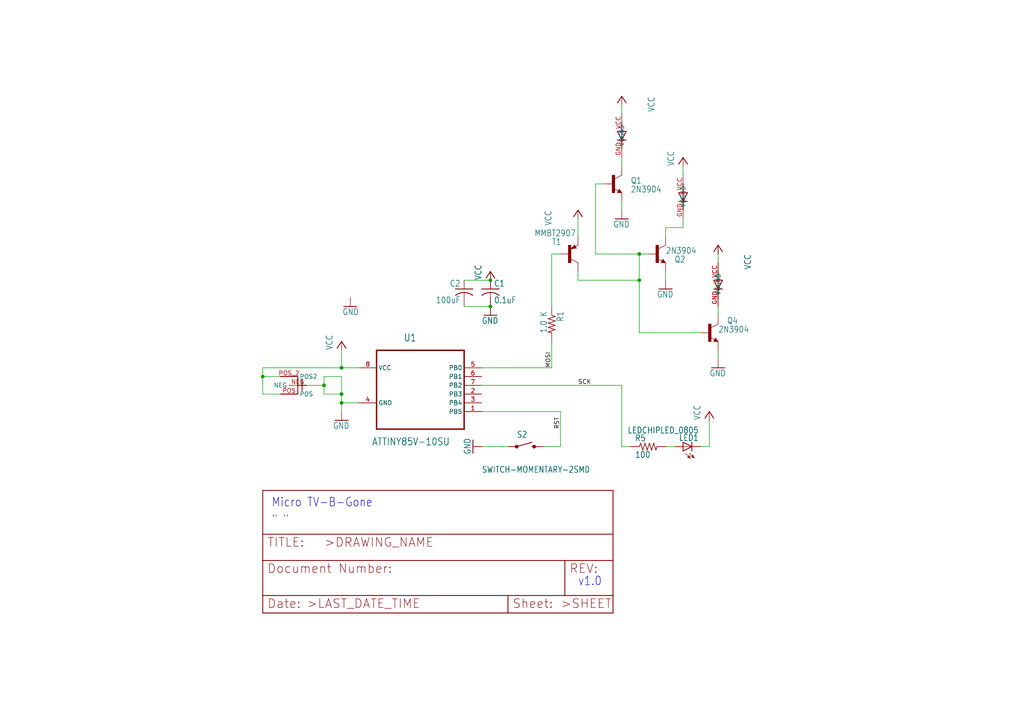
<source format=kicad_sch>
(kicad_sch (version 20211123) (generator eeschema)
  (paper "A4")
  (lib_symbols
    (symbol "MicroTVbGone_r2-eagle-import:-PNP-SOT23-BEC"
      (property "Reference" "T" (at -10.16 7.62 0))
      (property "Value" "-PNP-SOT23-BEC" (at -10.16 5.08 0))
      (symbol "-PNP-SOT23-BEC_1_0"
        (rectangle (start -0.254 -2.54) (end 0.508 2.54) (fill (type outline)))
        (polyline (pts (xy 0.5159 1.478) (xy 2.0861 1.6779)) (stroke (width 0.1524)))
        (polyline (pts (xy 0.762 1.651) (xy 1.778 1.778)) (stroke (width 0.254)))
        (polyline (pts (xy 1.143 1.905) (xy 1.524 1.905)) (stroke (width 0.254)))
        (polyline (pts (xy 1.524 2.159) (xy 1.143 1.905)) (stroke (width 0.254)))
        (polyline (pts (xy 1.524 2.413) (xy 0.762 1.651)) (stroke (width 0.254)))
        (polyline (pts (xy 1.5781 2.5941) (xy 0.5159 1.478)) (stroke (width 0.1524)))
        (polyline (pts (xy 1.778 1.778) (xy 1.524 2.159)) (stroke (width 0.254)))
        (polyline (pts (xy 1.905 1.778) (xy 1.524 2.413)) (stroke (width 0.254)))
        (polyline (pts (xy 2.0861 1.6779) (xy 1.5781 2.5941)) (stroke (width 0.1524)))
        (polyline (pts (xy 2.54 -2.54) (xy 0.508 -1.524)) (stroke (width 0.1524)))
        (polyline (pts (xy 2.54 2.54) (xy 1.808 2.1239)) (stroke (width 0.1524)))
        (pin passive line (at -2.54 0 0) (length 2.54) (name "B") (number "B"))
        (pin passive line (at 2.54 -5.08 90) (length 2.54) (name "C") (number "C"))
        (pin passive line (at 2.54 5.08 270) (length 2.54) (name "E") (number "E"))
      )
    )
    (symbol "MicroTVbGone_r2-eagle-import:712-BAT-HLD-001"
      (symbol "712-BAT-HLD-001_1_0"
        (polyline (pts (xy -1.27 1.524) (xy -1.27 -1.778)) (stroke (width 0.254)))
        (polyline (pts (xy 0 -2.54) (xy 5.08 -2.54)) (stroke (width 0.254)))
        (polyline (pts (xy 0 0) (xy -2.54 0)) (stroke (width 0.254)))
        (polyline (pts (xy 0 0) (xy 0 -2.54)) (stroke (width 0.254)))
        (polyline (pts (xy 0 2.54) (xy 0 0)) (stroke (width 0.254)))
        (polyline (pts (xy 0 2.54) (xy 5.08 2.54)) (stroke (width 0.254)))
        (pin bidirectional line (at -2.54 0 0) (length 5.08) (name "NEG") (number "NEG"))
        (pin bidirectional line (at 5.08 2.54 180) (length 5.08) (name "POS") (number "POS"))
        (pin bidirectional line (at 5.08 -2.54 180) (length 5.08) (name "POS2") (number "POS_2"))
      )
    )
    (symbol "MicroTVbGone_r2-eagle-import:ATTINY85V-10SU"
      (property "Reference" "U" (at -4.9022 10.1346 0))
      (property "Value" "ATTINY85V-10SU" (at -3.937 -20.0152 0))
      (symbol "ATTINY85V-10SU_1_0"
        (polyline (pts (xy -12.7 -15.24) (xy 12.7 -15.24)) (stroke (width 0.4064)))
        (polyline (pts (xy -12.7 7.62) (xy -12.7 -15.24)) (stroke (width 0.4064)))
        (polyline (pts (xy 12.7 -15.24) (xy 12.7 7.62)) (stroke (width 0.4064)))
        (polyline (pts (xy 12.7 7.62) (xy -12.7 7.62)) (stroke (width 0.4064)))
        (pin bidirectional line (at 17.78 -10.16 180) (length 5.08) (name "PB5") (number "1"))
        (pin bidirectional line (at 17.78 -5.08 180) (length 5.08) (name "PB3") (number "2"))
        (pin bidirectional line (at 17.78 -7.62 180) (length 5.08) (name "PB4") (number "3"))
        (pin passive line (at -17.78 -7.62 0) (length 5.08) (name "GND") (number "4"))
        (pin bidirectional line (at 17.78 2.54 180) (length 5.08) (name "PB0") (number "5"))
        (pin bidirectional line (at 17.78 0 180) (length 5.08) (name "PB1") (number "6"))
        (pin bidirectional line (at 17.78 -2.54 180) (length 5.08) (name "PB2") (number "7"))
        (pin power_in line (at -17.78 2.54 0) (length 5.08) (name "VCC") (number "8"))
      )
    )
    (symbol "MicroTVbGone_r2-eagle-import:BC850"
      (property "Reference" "T" (at -10.16 7.62 0))
      (property "Value" "BC850" (at -10.16 5.08 0))
      (symbol "BC850_1_0"
        (rectangle (start -0.254 -2.54) (end 0.508 2.54) (fill (type outline)))
        (polyline (pts (xy 1.27 -2.54) (xy 1.778 -1.524)) (stroke (width 0.1524)))
        (polyline (pts (xy 1.524 -2.413) (xy 2.286 -2.413)) (stroke (width 0.254)))
        (polyline (pts (xy 1.524 -2.286) (xy 1.905 -2.286)) (stroke (width 0.254)))
        (polyline (pts (xy 1.54 -2.04) (xy 0.308 -1.424)) (stroke (width 0.1524)))
        (polyline (pts (xy 1.778 -1.778) (xy 1.524 -2.286)) (stroke (width 0.254)))
        (polyline (pts (xy 1.778 -1.524) (xy 2.54 -2.54)) (stroke (width 0.1524)))
        (polyline (pts (xy 1.905 -2.286) (xy 1.778 -2.032)) (stroke (width 0.254)))
        (polyline (pts (xy 2.286 -2.413) (xy 1.778 -1.778)) (stroke (width 0.254)))
        (polyline (pts (xy 2.54 -2.54) (xy 1.27 -2.54)) (stroke (width 0.1524)))
        (polyline (pts (xy 2.54 2.54) (xy 0.508 1.524)) (stroke (width 0.1524)))
        (pin passive line (at -2.54 0 0) (length 2.54) (name "B") (number "1"))
        (pin passive line (at 2.54 -5.08 90) (length 2.54) (name "E") (number "2"))
        (pin passive line (at 2.54 5.08 270) (length 2.54) (name "C") (number "3"))
      )
    )
    (symbol "MicroTVbGone_r2-eagle-import:C-USC0805"
      (property "Reference" "C" (at 1.016 0.635 0))
      (property "Value" "C-USC0805" (at 1.016 -4.191 0))
      (symbol "C-USC0805_1_0"
        (arc (start 0 -1.0161) (mid -1.302 -1.2303) (end -2.4668 -1.8504) (stroke (width 0.254)))
        (polyline (pts (xy -2.54 0) (xy 2.54 0)) (stroke (width 0.254)))
        (polyline (pts (xy 0 -1.016) (xy 0 -2.54)) (stroke (width 0.1524)))
        (arc (start 2.4892 -1.8542) (mid 1.3158 -1.2195) (end 0 -1) (stroke (width 0.254)))
        (pin passive line (at 0 2.54 270) (length 2.54) (name "1") (number "1"))
        (pin passive line (at 0 -5.08 90) (length 2.54) (name "2") (number "2"))
      )
    )
    (symbol "MicroTVbGone_r2-eagle-import:DOCFIELD"
      (symbol "DOCFIELD_1_0"
        (polyline (pts (xy 0 0) (xy 0 5.08)) (stroke (width 0.254)))
        (polyline (pts (xy 0 0) (xy 71.12 0)) (stroke (width 0.254)))
        (polyline (pts (xy 0 5.08) (xy 0 15.24)) (stroke (width 0.254)))
        (polyline (pts (xy 0 5.08) (xy 71.12 5.08)) (stroke (width 0.254)))
        (polyline (pts (xy 0 15.24) (xy 0 22.86)) (stroke (width 0.254)))
        (polyline (pts (xy 0 22.86) (xy 0 35.56)) (stroke (width 0.254)))
        (polyline (pts (xy 0 22.86) (xy 101.6 22.86)) (stroke (width 0.254)))
        (polyline (pts (xy 71.12 0) (xy 101.6 0)) (stroke (width 0.254)))
        (polyline (pts (xy 71.12 5.08) (xy 71.12 0)) (stroke (width 0.254)))
        (polyline (pts (xy 71.12 5.08) (xy 87.63 5.08)) (stroke (width 0.254)))
        (polyline (pts (xy 87.63 5.08) (xy 101.6 5.08)) (stroke (width 0.254)))
        (polyline (pts (xy 87.63 15.24) (xy 0 15.24)) (stroke (width 0.254)))
        (polyline (pts (xy 87.63 15.24) (xy 87.63 5.08)) (stroke (width 0.254)))
        (polyline (pts (xy 101.6 5.08) (xy 101.6 0)) (stroke (width 0.254)))
        (polyline (pts (xy 101.6 15.24) (xy 87.63 15.24)) (stroke (width 0.254)))
        (polyline (pts (xy 101.6 15.24) (xy 101.6 5.08)) (stroke (width 0.254)))
        (polyline (pts (xy 101.6 22.86) (xy 101.6 15.24)) (stroke (width 0.254)))
        (polyline (pts (xy 101.6 35.56) (xy 0 35.56)) (stroke (width 0.254)))
        (polyline (pts (xy 101.6 35.56) (xy 101.6 22.86)) (stroke (width 0.254)))
        (text ">DRAWING_NAME" (at 17.78 19.05 0) (effects (font (size 2.54 2.54)) (justify left bottom)))
        (text ">LAST_DATE_TIME" (at 12.7 1.27 0) (effects (font (size 2.54 2.54)) (justify left bottom)))
        (text ">SHEET" (at 86.36 1.27 0) (effects (font (size 2.54 2.54)) (justify left bottom)))
        (text "Date:" (at 1.27 1.27 0) (effects (font (size 2.54 2.54)) (justify left bottom)))
        (text "Document Number:" (at 1.27 11.43 0) (effects (font (size 2.54 2.54)) (justify left bottom)))
        (text "REV:" (at 88.9 11.43 0) (effects (font (size 2.54 2.54)) (justify left bottom)))
        (text "Sheet:" (at 72.39 1.27 0) (effects (font (size 2.54 2.54)) (justify left bottom)))
        (text "TITLE:" (at 1.27 19.05 0) (effects (font (size 2.54 2.54)) (justify left bottom)))
      )
    )
    (symbol "MicroTVbGone_r2-eagle-import:GND" (power)
      (property "Value" "GND" (at -2.54 -2.54 0))
      (symbol "GND_1_0"
        (polyline (pts (xy -1.905 0) (xy 1.905 0)) (stroke (width 0.254)))
        (pin power_in line (at 0 2.54 270) (length 2.54) (name "GND") (number "1"))
      )
    )
    (symbol "MicroTVbGone_r2-eagle-import:LEDCHIPLED_0805"
      (property "Reference" "LED" (at 3.556 -4.572 90))
      (property "Value" "LEDCHIPLED_0805" (at 5.715 -4.572 90))
      (symbol "LEDCHIPLED_0805_1_0"
        (polyline (pts (xy -2.032 -0.762) (xy -3.429 -2.159)) (stroke (width 0.1524)))
        (polyline (pts (xy -1.905 -1.905) (xy -3.302 -3.302)) (stroke (width 0.1524)))
        (polyline (pts (xy 0 -2.54) (xy -1.27 -2.54)) (stroke (width 0.254)))
        (polyline (pts (xy 0 -2.54) (xy -1.27 0)) (stroke (width 0.254)))
        (polyline (pts (xy 0 0) (xy -1.27 0)) (stroke (width 0.254)))
        (polyline (pts (xy 0 0) (xy 0 -2.54)) (stroke (width 0.1524)))
        (polyline (pts (xy 1.27 -2.54) (xy 0 -2.54)) (stroke (width 0.254)))
        (polyline (pts (xy 1.27 0) (xy 0 -2.54)) (stroke (width 0.254)))
        (polyline (pts (xy 1.27 0) (xy 0 0)) (stroke (width 0.254)))
        (polyline (pts (xy -3.429 -2.159) (xy -3.048 -1.27) (xy -2.54 -1.778)) (fill (type outline)))
        (polyline (pts (xy -3.302 -3.302) (xy -2.921 -2.413) (xy -2.413 -2.921)) (fill (type outline)))
        (pin passive line (at 0 2.54 270) (length 2.54) (name "A") (number "A"))
        (pin passive line (at 0 -5.08 90) (length 2.54) (name "C") (number "C"))
      )
    )
    (symbol "MicroTVbGone_r2-eagle-import:R-US_R0805"
      (property "Reference" "R" (at -3.81 1.4986 0))
      (property "Value" "R-US_R0805" (at -3.81 -3.302 0))
      (symbol "R-US_R0805_1_0"
        (polyline (pts (xy -2.54 0) (xy -2.159 1.016)) (stroke (width 0.2032)))
        (polyline (pts (xy -2.159 1.016) (xy -1.524 -1.016)) (stroke (width 0.2032)))
        (polyline (pts (xy -1.524 -1.016) (xy -0.889 1.016)) (stroke (width 0.2032)))
        (polyline (pts (xy -0.889 1.016) (xy -0.254 -1.016)) (stroke (width 0.2032)))
        (polyline (pts (xy -0.254 -1.016) (xy 0.381 1.016)) (stroke (width 0.2032)))
        (polyline (pts (xy 0.381 1.016) (xy 1.016 -1.016)) (stroke (width 0.2032)))
        (polyline (pts (xy 1.016 -1.016) (xy 1.651 1.016)) (stroke (width 0.2032)))
        (polyline (pts (xy 1.651 1.016) (xy 2.286 -1.016)) (stroke (width 0.2032)))
        (polyline (pts (xy 2.286 -1.016) (xy 2.54 0)) (stroke (width 0.2032)))
        (pin passive line (at -5.08 0 0) (length 2.54) (name "1") (number "1"))
        (pin passive line (at 5.08 0 180) (length 2.54) (name "2") (number "2"))
      )
    )
    (symbol "MicroTVbGone_r2-eagle-import:SFH4646-ZSFH4646"
      (property "Value" "SFH4646-ZSFH4646" (at 2.032 1.016 0))
      (symbol "SFH4646-ZSFH4646_1_0"
        (polyline (pts (xy -1.27 0) (xy 1.27 0)) (stroke (width 0.254)))
        (polyline (pts (xy -1.27 2.54) (xy 1.27 2.54)) (stroke (width 0.254)))
        (polyline (pts (xy 0 -2.54) (xy 0 5.08)) (stroke (width 0.254)))
        (polyline (pts (xy 0 0) (xy -1.27 2.54)) (stroke (width 0.254)))
        (polyline (pts (xy 1.27 2.54) (xy 0 0)) (stroke (width 0.254)))
        (pin bidirectional line (at 0 -5.08 90) (length 5.08) (name "GND") (number "GND"))
        (pin bidirectional line (at 0 7.62 270) (length 5.08) (name "VCC") (number "VCC"))
      )
    )
    (symbol "MicroTVbGone_r2-eagle-import:SWITCH-MOMENTARY-2SMD"
      (property "Reference" "S" (at -2.54 2.54 0))
      (property "Value" "SWITCH-MOMENTARY-2SMD" (at -2.54 -2.54 0))
      (symbol "SWITCH-MOMENTARY-2SMD_1_0"
        (circle (center -2.54 0) (radius 0.127) (stroke (width 0.4064)))
        (polyline (pts (xy -2.54 0) (xy 1.905 1.27)) (stroke (width 0.254)))
        (polyline (pts (xy 1.905 0) (xy 2.54 0)) (stroke (width 0.254)))
        (circle (center 2.54 0) (radius 0.127) (stroke (width 0.4064)))
        (pin passive line (at -5.08 0 0) (length 2.54) (name "1") (number "1"))
        (pin passive line (at 5.08 0 180) (length 2.54) (name "2") (number "3"))
      )
    )
    (symbol "MicroTVbGone_r2-eagle-import:VCC" (power)
      (property "Value" "VCC" (at -2.54 -2.54 90))
      (symbol "VCC_1_0"
        (polyline (pts (xy 0 0) (xy -1.27 -1.905)) (stroke (width 0.254)))
        (polyline (pts (xy 1.27 -1.905) (xy 0 0)) (stroke (width 0.254)))
        (pin power_in line (at 0 -2.54 90) (length 2.54) (name "VCC") (number "1"))
      )
    )
  )
  (junction (at 142.24 81.28))
  (junction (at 99.06 106.68))
  (junction (at 185.42 73.66))
  (junction (at 93.98 111.76))
  (junction (at 99.06 116.84))
  (junction (at 99.06 114.3))
  (junction (at 185.42 81.28))
  (junction (at 76.2 109.22))
  (junction (at 142.24 88.9))
  (wire (pts (xy 180.34 129.54) (xy 182.88 129.54)))
  (wire (pts (xy 99.06 101.6) (xy 99.06 106.68)))
  (wire (pts (xy 104.14 116.84) (xy 99.06 116.84)))
  (wire (pts (xy 172.72 73.66) (xy 185.42 73.66)))
  (wire (pts (xy 172.72 53.34) (xy 175.26 53.34)))
  (wire (pts (xy 203.2 129.54) (xy 205.74 129.54)))
  (wire (pts (xy 180.34 45.72) (xy 180.34 48.26)))
  (wire (pts (xy 160.02 73.66) (xy 162.56 73.66)))
  (wire (pts (xy 162.56 129.54) (xy 162.56 119.38)))
  (wire (pts (xy 93.98 109.22) (xy 99.06 109.22)))
  (wire (pts (xy 193.04 81.28) (xy 193.04 78.74)))
  (wire (pts (xy 185.42 96.52) (xy 203.2 96.52)))
  (wire (pts (xy 160.02 88.9) (xy 160.02 73.66)))
  (wire (pts (xy 167.64 63.5) (xy 167.64 68.58)))
  (wire (pts (xy 88.9 111.76) (xy 93.98 111.76)))
  (wire (pts (xy 180.34 33.02) (xy 180.34 30.48)))
  (wire (pts (xy 81.28 114.3) (xy 76.2 114.3)))
  (wire (pts (xy 139.7 119.38) (xy 162.56 119.38)))
  (wire (pts (xy 172.72 53.34) (xy 172.72 73.66)))
  (wire (pts (xy 198.12 66.04) (xy 198.12 63.5)))
  (wire (pts (xy 180.34 58.42) (xy 180.34 60.96)))
  (wire (pts (xy 208.28 76.2) (xy 208.28 73.66)))
  (wire (pts (xy 99.06 119.38) (xy 99.06 116.84)))
  (wire (pts (xy 139.7 111.76) (xy 180.34 111.76)))
  (wire (pts (xy 147.32 129.54) (xy 139.7 129.54)))
  (wire (pts (xy 180.34 111.76) (xy 180.34 129.54)))
  (wire (pts (xy 81.28 109.22) (xy 76.2 109.22)))
  (wire (pts (xy 193.04 66.04) (xy 198.12 66.04)))
  (wire (pts (xy 185.42 73.66) (xy 185.42 81.28)))
  (wire (pts (xy 157.48 129.54) (xy 162.56 129.54)))
  (wire (pts (xy 198.12 50.8) (xy 198.12 48.26)))
  (wire (pts (xy 185.42 73.66) (xy 187.96 73.66)))
  (wire (pts (xy 104.14 106.68) (xy 99.06 106.68)))
  (wire (pts (xy 167.64 78.74) (xy 167.64 81.28)))
  (wire (pts (xy 93.98 114.3) (xy 93.98 111.76)))
  (wire (pts (xy 142.24 88.9) (xy 134.62 88.9)))
  (wire (pts (xy 193.04 129.54) (xy 195.58 129.54)))
  (wire (pts (xy 93.98 111.76) (xy 93.98 109.22)))
  (wire (pts (xy 76.2 106.68) (xy 76.2 109.22)))
  (wire (pts (xy 139.7 106.68) (xy 160.02 106.68)))
  (wire (pts (xy 99.06 114.3) (xy 99.06 116.84)))
  (wire (pts (xy 185.42 81.28) (xy 185.42 96.52)))
  (wire (pts (xy 93.98 114.3) (xy 99.06 114.3)))
  (wire (pts (xy 208.28 104.14) (xy 208.28 101.6)))
  (wire (pts (xy 76.2 106.68) (xy 99.06 106.68)))
  (wire (pts (xy 142.24 81.28) (xy 134.62 81.28)))
  (wire (pts (xy 160.02 106.68) (xy 160.02 99.06)))
  (wire (pts (xy 167.64 81.28) (xy 185.42 81.28)))
  (wire (pts (xy 205.74 129.54) (xy 205.74 121.92)))
  (wire (pts (xy 76.2 109.22) (xy 76.2 114.3)))
  (wire (pts (xy 99.06 109.22) (xy 99.06 114.3)))
  (wire (pts (xy 208.28 91.44) (xy 208.28 88.9)))
  (wire (pts (xy 193.04 68.58) (xy 193.04 66.04)))
  (text "Micro TV-B-Gone" (at 78.74 147.32 180) (effects (font (size 2.54 2.159)) (justify left bottom)))
  (text "v1.0" (at 167.64 170.18 180) (effects (font (size 2.54 2.159)) (justify left bottom)))
  (text "\" \"" (at 78.74 152.4 180) (effects (font (size 2.54 2.159)) (justify left bottom)))
  (label "SCK" (at 167.64 111.76 0) (effects (font (size 1.2446 1.2446))))
  (label "RST" (at 162.56 124.46 90) (effects (font (size 1.2446 1.2446))))
  (label "MOSI" (at 160.02 106.68 90) (effects (font (size 1.2446 1.2446))))
  (symbol (lib_id "MicroTVbGone_r2-eagle-import:DOCFIELD") (at 76.2 177.8 0)
    (property "Reference" "#FRAME1" (effects hide))
    (property "Value" "DOCFIELD" (effects hide))
  )
  (symbol (lib_id "MicroTVbGone_r2-eagle-import:SFH4646-ZSFH4646") (at 198.12 58.42 0)
    (property "Reference" "U$2" (effects hide))
    (property "Value" "SFH4646-ZSFH4646" (effects hide))
    (property "Footprint" "MIDLED" (effects hide))
  )
  (symbol (lib_id "MicroTVbGone_r2-eagle-import:VCC") (at 208.28 71.12 0)
    (property "Reference" "#P+07" (effects hide))
    (property "Value" "VCC" (at 215.9 73.66 90) (effects (font (size 1.778 1.5113)) (justify right top)))
  )
  (symbol (lib_id "MicroTVbGone_r2-eagle-import:GND") (at 137.16 129.54 270)
    (property "Reference" "#GND04" (effects hide))
    (property "Value" "GND" (at 134.62 127 0) (effects (font (size 1.778 1.5113)) (justify left bottom)))
  )
  (symbol (lib_id "MicroTVbGone_r2-eagle-import:ATTINY85V-10SU") (at 121.92 109.22 0)
    (property "Reference" "U1" (at 117.0178 99.0854 0) (effects (font (size 2.0828 1.7703)) (justify left bottom)))
    (property "Value" "ATTINY85V-10SU" (at 107.823 129.2352 0) (effects (font (size 2.0828 1.7703)) (justify left bottom)))
    (property "Footprint" "SOIC127P798X216-8N" (effects hide))
  )
  (symbol (lib_id "MicroTVbGone_r2-eagle-import:GND") (at 101.6 88.9 0) (mirror y)
    (property "Reference" "#GND07" (effects hide))
    (property "Value" "GND" (at 104.14 91.44 0) (effects (font (size 1.778 1.5113)) (justify left bottom)))
  )
  (symbol (lib_id "MicroTVbGone_r2-eagle-import:R-US_R0805") (at 160.02 93.98 270)
    (property "Reference" "R1" (at 161.5186 90.17 0) (effects (font (size 1.778 1.5113)) (justify left bottom)))
    (property "Value" "1.0 K" (at 156.718 90.17 0) (effects (font (size 1.778 1.5113)) (justify left bottom)))
    (property "Footprint" "R0805" (effects hide))
  )
  (symbol (lib_id "MicroTVbGone_r2-eagle-import:C-USC0805") (at 142.24 83.82 0)
    (property "Reference" "C1" (at 143.256 83.185 0) (effects (font (size 1.778 1.5113)) (justify left bottom)))
    (property "Value" "0.1uF" (at 143.256 88.011 0) (effects (font (size 1.778 1.5113)) (justify left bottom)))
    (property "Footprint" "C0805" (effects hide))
  )
  (symbol (lib_id "MicroTVbGone_r2-eagle-import:GND") (at 180.34 63.5 0)
    (property "Reference" "#GND09" (effects hide))
    (property "Value" "GND" (at 177.8 66.04 0) (effects (font (size 1.778 1.5113)) (justify left bottom)))
  )
  (symbol (lib_id "MicroTVbGone_r2-eagle-import:BC850") (at 190.5 73.66 0)
    (property "Reference" "Q2" (at 195.58 76.2 0) (effects (font (size 1.778 1.5113)) (justify left bottom)))
    (property "Value" "2N3904" (at 193.04 73.66 0) (effects (font (size 1.778 1.5113)) (justify left bottom)))
    (property "Footprint" "SOT23" (effects hide))
  )
  (symbol (lib_id "MicroTVbGone_r2-eagle-import:GND") (at 142.24 91.44 0)
    (property "Reference" "#GND02" (effects hide))
    (property "Value" "GND" (at 139.7 93.98 0) (effects (font (size 1.778 1.5113)) (justify left bottom)))
  )
  (symbol (lib_id "MicroTVbGone_r2-eagle-import:VCC") (at 205.74 119.38 0)
    (property "Reference" "#P+06" (effects hide))
    (property "Value" "VCC" (at 203.2 121.92 90) (effects (font (size 1.778 1.5113)) (justify left bottom)))
  )
  (symbol (lib_id "MicroTVbGone_r2-eagle-import:712-BAT-HLD-001") (at 86.36 111.76 180)
    (property "Reference" "J1" (effects hide))
    (property "Value" "712-BAT-HLD-001" (effects hide))
    (property "Footprint" "20MM_COINCELL" (effects hide))
  )
  (symbol (lib_id "MicroTVbGone_r2-eagle-import:GND") (at 208.28 106.68 0)
    (property "Reference" "#GND08" (effects hide))
    (property "Value" "GND" (at 205.74 109.22 0) (effects (font (size 1.778 1.5113)) (justify left bottom)))
  )
  (symbol (lib_id "MicroTVbGone_r2-eagle-import:-PNP-SOT23-BEC") (at 165.1 73.66 0)
    (property "Reference" "T1" (at 160.02 71.12 0) (effects (font (size 1.778 1.5113)) (justify left bottom)))
    (property "Value" "MMBT2907" (at 154.94 68.58 0) (effects (font (size 1.778 1.5113)) (justify left bottom)))
    (property "Footprint" "SOT23-BEC" (effects hide))
  )
  (symbol (lib_id "MicroTVbGone_r2-eagle-import:BC850") (at 205.74 96.52 0)
    (property "Reference" "Q4" (at 210.82 93.98 0) (effects (font (size 1.778 1.5113)) (justify left bottom)))
    (property "Value" "2N3904" (at 208.28 96.52 0) (effects (font (size 1.778 1.5113)) (justify left bottom)))
    (property "Footprint" "SOT23" (effects hide))
  )
  (symbol (lib_id "MicroTVbGone_r2-eagle-import:SWITCH-MOMENTARY-2SMD") (at 152.4 129.54 0)
    (property "Reference" "S2" (at 149.86 127 0) (effects (font (size 1.778 1.5113)) (justify left bottom)))
    (property "Value" "SWITCH-MOMENTARY-2SMD" (at 139.7 137.16 0) (effects (font (size 1.778 1.5113)) (justify left bottom)))
    (property "Footprint" "TACTILE-SWITCH-SMD" (effects hide))
  )
  (symbol (lib_id "MicroTVbGone_r2-eagle-import:GND") (at 193.04 83.82 0)
    (property "Reference" "#GND05" (effects hide))
    (property "Value" "GND" (at 190.5 86.36 0) (effects (font (size 1.778 1.5113)) (justify left bottom)))
  )
  (symbol (lib_id "MicroTVbGone_r2-eagle-import:SFH4646-ZSFH4646") (at 208.28 83.82 0)
    (property "Reference" "U$4" (effects hide))
    (property "Value" "SFH4646-ZSFH4646" (effects hide))
    (property "Footprint" "MIDLED" (effects hide))
  )
  (symbol (lib_id "MicroTVbGone_r2-eagle-import:LEDCHIPLED_0805") (at 198.12 129.54 90)
    (property "Reference" "LED1" (at 202.692 125.984 90) (effects (font (size 1.778 1.5113)) (justify left bottom)))
    (property "Value" "LEDCHIPLED_0805" (at 202.692 123.825 90) (effects (font (size 1.778 1.5113)) (justify left bottom)))
    (property "Footprint" "CHIPLED_0805" (effects hide))
  )
  (symbol (lib_id "MicroTVbGone_r2-eagle-import:R-US_R0805") (at 187.96 129.54 0)
    (property "Reference" "R5" (at 184.15 128.0414 0) (effects (font (size 1.778 1.5113)) (justify left bottom)))
    (property "Value" "100" (at 184.15 132.842 0) (effects (font (size 1.778 1.5113)) (justify left bottom)))
    (property "Footprint" "R0805" (effects hide))
  )
  (symbol (lib_id "MicroTVbGone_r2-eagle-import:BC850") (at 177.8 53.34 0)
    (property "Reference" "Q1" (at 182.88 53.34 0) (effects (font (size 1.778 1.5113)) (justify left bottom)))
    (property "Value" "2N3904" (at 182.88 55.88 0) (effects (font (size 1.778 1.5113)) (justify left bottom)))
    (property "Footprint" "SOT23" (effects hide))
  )
  (symbol (lib_id "MicroTVbGone_r2-eagle-import:VCC") (at 198.12 45.72 0)
    (property "Reference" "#P+03" (effects hide))
    (property "Value" "VCC" (at 195.58 48.26 90) (effects (font (size 1.778 1.5113)) (justify left bottom)))
  )
  (symbol (lib_id "MicroTVbGone_r2-eagle-import:SFH4646-ZSFH4646") (at 180.34 40.64 0)
    (property "Reference" "U$3" (effects hide))
    (property "Value" "SFH4646-ZSFH4646" (effects hide))
    (property "Footprint" "MIDLED" (effects hide))
  )
  (symbol (lib_id "MicroTVbGone_r2-eagle-import:C-USC0805") (at 134.62 83.82 0) (mirror y)
    (property "Reference" "C2" (at 133.604 83.185 0) (effects (font (size 1.778 1.5113)) (justify left bottom)))
    (property "Value" "100uF" (at 133.604 88.011 0) (effects (font (size 1.778 1.5113)) (justify left bottom)))
    (property "Footprint" "C0805" (effects hide))
  )
  (symbol (lib_id "MicroTVbGone_r2-eagle-import:VCC") (at 99.06 99.06 0)
    (property "Reference" "#P+01" (effects hide))
    (property "Value" "VCC" (at 96.52 101.6 90) (effects (font (size 1.778 1.5113)) (justify left bottom)))
  )
  (symbol (lib_id "MicroTVbGone_r2-eagle-import:VCC") (at 142.24 78.74 0)
    (property "Reference" "#P+02" (effects hide))
    (property "Value" "VCC" (at 139.7 81.28 90) (effects (font (size 1.778 1.5113)) (justify left bottom)))
  )
  (symbol (lib_id "MicroTVbGone_r2-eagle-import:GND") (at 99.06 121.92 0)
    (property "Reference" "#GND01" (effects hide))
    (property "Value" "GND" (at 96.52 124.46 0) (effects (font (size 1.778 1.5113)) (justify left bottom)))
  )
  (symbol (lib_id "MicroTVbGone_r2-eagle-import:VCC") (at 180.34 27.94 0)
    (property "Reference" "#P+08" (effects hide))
    (property "Value" "VCC" (at 187.96 27.94 90) (effects (font (size 1.778 1.5113)) (justify right top)))
  )
  (symbol (lib_id "MicroTVbGone_r2-eagle-import:VCC") (at 167.64 60.96 0) (mirror y)
    (property "Reference" "#P+010" (effects hide))
    (property "Value" "VCC" (at 160.02 60.96 90) (effects (font (size 1.778 1.5113)) (justify right top)))
  )
)
</source>
